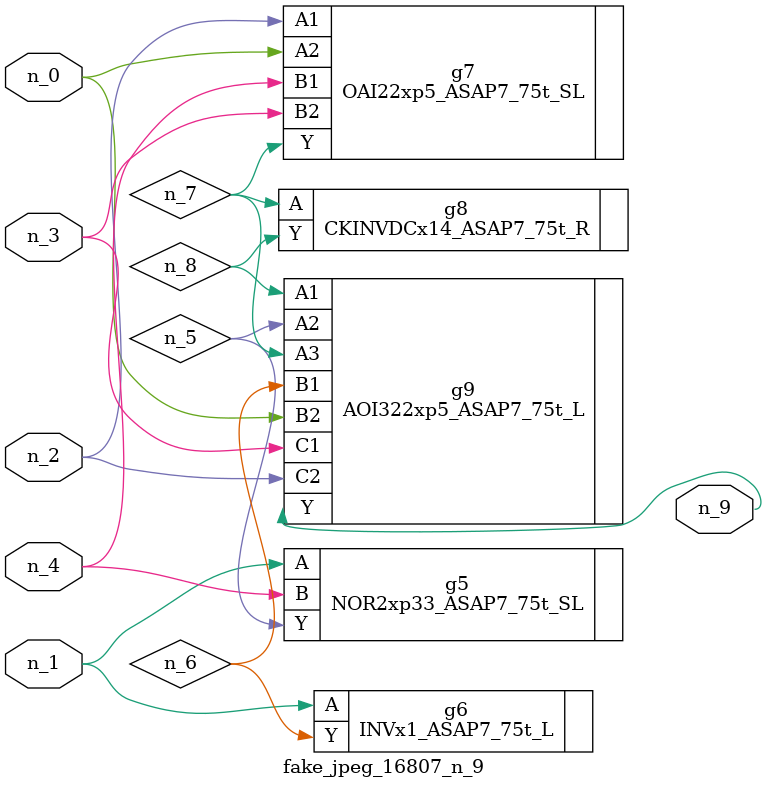
<source format=v>
module fake_jpeg_16807_n_9 (n_3, n_2, n_1, n_0, n_4, n_9);

input n_3;
input n_2;
input n_1;
input n_0;
input n_4;

output n_9;

wire n_8;
wire n_6;
wire n_5;
wire n_7;

NOR2xp33_ASAP7_75t_SL g5 ( 
.A(n_1),
.B(n_4),
.Y(n_5)
);

INVx1_ASAP7_75t_L g6 ( 
.A(n_1),
.Y(n_6)
);

OAI22xp5_ASAP7_75t_SL g7 ( 
.A1(n_2),
.A2(n_0),
.B1(n_4),
.B2(n_3),
.Y(n_7)
);

CKINVDCx14_ASAP7_75t_R g8 ( 
.A(n_7),
.Y(n_8)
);

AOI322xp5_ASAP7_75t_L g9 ( 
.A1(n_8),
.A2(n_5),
.A3(n_7),
.B1(n_6),
.B2(n_0),
.C1(n_3),
.C2(n_2),
.Y(n_9)
);


endmodule
</source>
